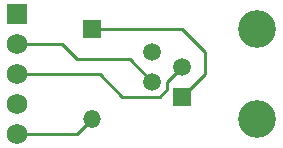
<source format=gtl>
G04 (created by PCBNEW (22-Jun-2014 BZR 4027)-stable) date Wed 04 Apr 2018 07:59:40 PM CDT*
%MOIN*%
G04 Gerber Fmt 3.4, Leading zero omitted, Abs format*
%FSLAX34Y34*%
G01*
G70*
G90*
G04 APERTURE LIST*
%ADD10C,0.00590551*%
%ADD11R,0.069X0.069*%
%ADD12C,0.069*%
%ADD13C,0.059*%
%ADD14R,0.059X0.059*%
%ADD15C,0.125984*%
%ADD16O,0.059X0.059*%
%ADD17C,0.01*%
G04 APERTURE END LIST*
G54D10*
G54D11*
X68500Y-41750D03*
G54D12*
X68500Y-42750D03*
X68500Y-43750D03*
X68500Y-44750D03*
X68500Y-45750D03*
G54D13*
X73000Y-44000D03*
X73000Y-43000D03*
G54D14*
X74000Y-44500D03*
G54D13*
X74000Y-43500D03*
G54D15*
X76500Y-42251D03*
X76500Y-45251D03*
G54D14*
X71000Y-42250D03*
G54D16*
X71000Y-45250D03*
G54D17*
X68500Y-45750D02*
X70500Y-45750D01*
X70500Y-45750D02*
X71000Y-45250D01*
X71000Y-42250D02*
X74000Y-42250D01*
X74750Y-43750D02*
X74000Y-44500D01*
X74750Y-43000D02*
X74750Y-43750D01*
X74000Y-42250D02*
X74750Y-43000D01*
X68500Y-43750D02*
X71250Y-43750D01*
X73500Y-44000D02*
X74000Y-43500D01*
X73500Y-44250D02*
X73500Y-44000D01*
X73250Y-44500D02*
X73500Y-44250D01*
X72000Y-44500D02*
X73250Y-44500D01*
X71250Y-43750D02*
X72000Y-44500D01*
X68500Y-42750D02*
X70000Y-42750D01*
X72250Y-43250D02*
X73000Y-44000D01*
X70500Y-43250D02*
X72250Y-43250D01*
X70000Y-42750D02*
X70500Y-43250D01*
M02*

</source>
